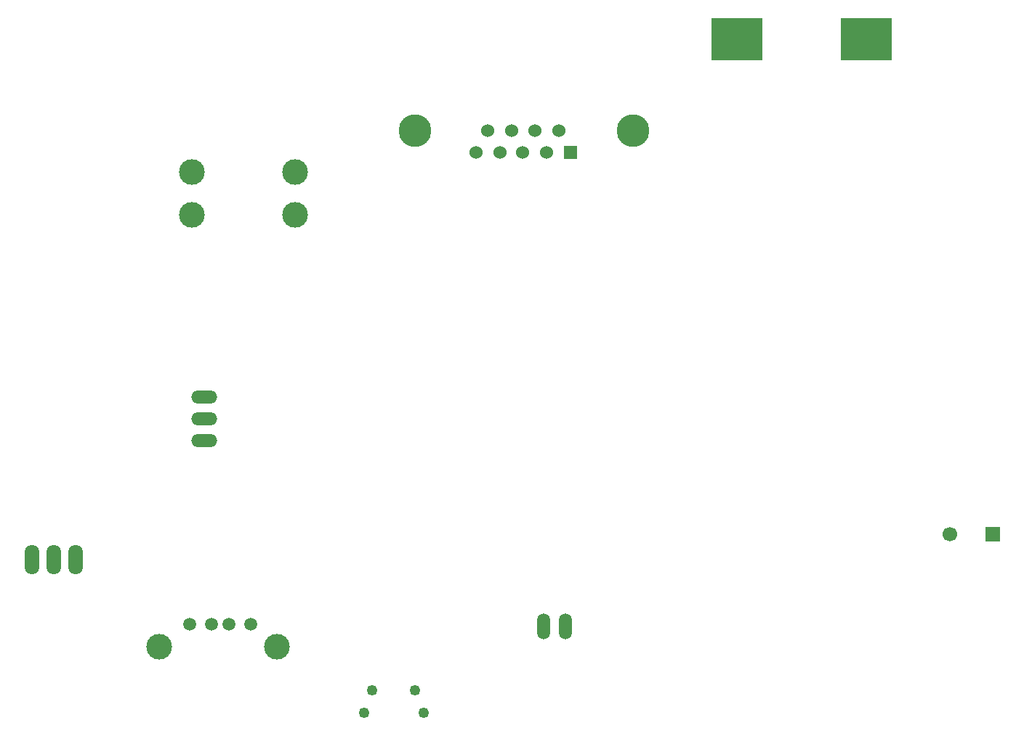
<source format=gbs>
G04 #@! TF.FileFunction,Soldermask,Bot*
%FSLAX46Y46*%
G04 Gerber Fmt 4.6, Leading zero omitted, Abs format (unit mm)*
G04 Created by KiCad (PCBNEW (2015-07-11 BZR 5925, Git c291b88)-product) date 8/5/2015 3:00:13 PM*
%MOMM*%
G01*
G04 APERTURE LIST*
%ADD10C,0.100000*%
%ADD11C,1.250000*%
%ADD12C,3.810000*%
%ADD13R,1.524000X1.524000*%
%ADD14C,1.524000*%
%ADD15O,3.014980X1.506220*%
%ADD16C,1.501140*%
%ADD17C,2.999740*%
%ADD18O,1.506220X3.014980*%
%ADD19R,6.000000X5.000000*%
%ADD20O,1.699260X3.500120*%
%ADD21C,3.000000*%
%ADD22C,1.700000*%
%ADD23R,1.700000X1.700000*%
G04 APERTURE END LIST*
D10*
D11*
X134749100Y-131187460D03*
X139749100Y-131187460D03*
X133749100Y-133887460D03*
X140749100Y-133887460D03*
D12*
X165077000Y-65980000D03*
X139677000Y-65980000D03*
D13*
X157838000Y-68520000D03*
D14*
X155044000Y-68520000D03*
X152250000Y-68520000D03*
X149583000Y-68520000D03*
X146789000Y-68520000D03*
X148186000Y-65980000D03*
X150980000Y-65980000D03*
X153647000Y-65980000D03*
X156441000Y-65980000D03*
D15*
X115200000Y-97060000D03*
X115200000Y-99600000D03*
X115200000Y-102140000D03*
D16*
X120612860Y-123497880D03*
X118072860Y-123497880D03*
X116040860Y-123497880D03*
X113500860Y-123497880D03*
D17*
X123660860Y-126164880D03*
X109944860Y-126164880D03*
D18*
X154730000Y-123750000D03*
X157270000Y-123750000D03*
D19*
X177250000Y-55250000D03*
X192250000Y-55250000D03*
D20*
X97600000Y-116000000D03*
X95060000Y-116000000D03*
X100140000Y-116000000D03*
D21*
X113750000Y-70750000D03*
X113750000Y-75750000D03*
X125750000Y-75750000D03*
X125750000Y-70750000D03*
D22*
X202000000Y-113000000D03*
D23*
X207000000Y-113000000D03*
M02*

</source>
